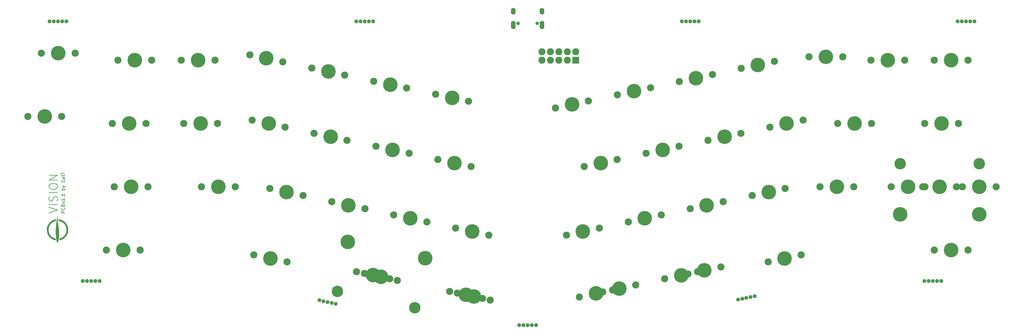
<source format=gts>
G04 #@! TF.GenerationSoftware,KiCad,Pcbnew,(5.1.4)-1*
G04 #@! TF.CreationDate,2020-06-21T22:00:15+09:00*
G04 #@! TF.ProjectId,Vision,56697369-6f6e-42e6-9b69-6361645f7063,rev?*
G04 #@! TF.SameCoordinates,Original*
G04 #@! TF.FileFunction,Soldermask,Top*
G04 #@! TF.FilePolarity,Negative*
%FSLAX46Y46*%
G04 Gerber Fmt 4.6, Leading zero omitted, Abs format (unit mm)*
G04 Created by KiCad (PCBNEW (5.1.4)-1) date 2020-06-21 22:00:15*
%MOMM*%
%LPD*%
G04 APERTURE LIST*
%ADD10C,0.150000*%
%ADD11C,0.200000*%
%ADD12C,0.010000*%
%ADD13C,4.387800*%
%ADD14C,2.150000*%
%ADD15C,3.448000*%
%ADD16C,1.187400*%
%ADD17O,2.100000X2.100000*%
%ADD18R,2.100000X2.100000*%
%ADD19O,1.400000X2.000000*%
%ADD20O,1.400000X2.500000*%
%ADD21C,1.050000*%
G04 APERTURE END LIST*
D10*
X70752380Y-143364404D02*
X69752380Y-143364404D01*
X69752380Y-142983452D01*
X69800000Y-142888214D01*
X69847619Y-142840595D01*
X69942857Y-142792976D01*
X70085714Y-142792976D01*
X70180952Y-142840595D01*
X70228571Y-142888214D01*
X70276190Y-142983452D01*
X70276190Y-143364404D01*
X70657142Y-141792976D02*
X70704761Y-141840595D01*
X70752380Y-141983452D01*
X70752380Y-142078690D01*
X70704761Y-142221547D01*
X70609523Y-142316785D01*
X70514285Y-142364404D01*
X70323809Y-142412023D01*
X70180952Y-142412023D01*
X69990476Y-142364404D01*
X69895238Y-142316785D01*
X69800000Y-142221547D01*
X69752380Y-142078690D01*
X69752380Y-141983452D01*
X69800000Y-141840595D01*
X69847619Y-141792976D01*
X70228571Y-141031071D02*
X70276190Y-140888214D01*
X70323809Y-140840595D01*
X70419047Y-140792976D01*
X70561904Y-140792976D01*
X70657142Y-140840595D01*
X70704761Y-140888214D01*
X70752380Y-140983452D01*
X70752380Y-141364404D01*
X69752380Y-141364404D01*
X69752380Y-141031071D01*
X69800000Y-140935833D01*
X69847619Y-140888214D01*
X69942857Y-140840595D01*
X70038095Y-140840595D01*
X70133333Y-140888214D01*
X70180952Y-140935833D01*
X70228571Y-141031071D01*
X70228571Y-141364404D01*
X70085714Y-140459642D02*
X70752380Y-140221547D01*
X70085714Y-139983452D01*
X70752380Y-139078690D02*
X70752380Y-139650119D01*
X70752380Y-139364404D02*
X69752380Y-139364404D01*
X69895238Y-139459642D01*
X69990476Y-139554880D01*
X70038095Y-139650119D01*
X70657142Y-138650119D02*
X70704761Y-138602500D01*
X70752380Y-138650119D01*
X70704761Y-138697738D01*
X70657142Y-138650119D01*
X70752380Y-138650119D01*
X70752380Y-137650119D02*
X70752380Y-138221547D01*
X70752380Y-137935833D02*
X69752380Y-137935833D01*
X69895238Y-138031071D01*
X69990476Y-138126309D01*
X70038095Y-138221547D01*
X70752380Y-136459642D02*
X69752380Y-136459642D01*
X70133333Y-136459642D02*
X70085714Y-136364404D01*
X70085714Y-136173928D01*
X70133333Y-136078690D01*
X70180952Y-136031071D01*
X70276190Y-135983452D01*
X70561904Y-135983452D01*
X70657142Y-136031071D01*
X70704761Y-136078690D01*
X70752380Y-136173928D01*
X70752380Y-136364404D01*
X70704761Y-136459642D01*
X70085714Y-135650119D02*
X70752380Y-135412023D01*
X70085714Y-135173928D02*
X70752380Y-135412023D01*
X70990476Y-135507261D01*
X71038095Y-135554880D01*
X71085714Y-135650119D01*
X70704761Y-134078690D02*
X70752380Y-133935833D01*
X70752380Y-133697738D01*
X70704761Y-133602500D01*
X70657142Y-133554880D01*
X70561904Y-133507261D01*
X70466666Y-133507261D01*
X70371428Y-133554880D01*
X70323809Y-133602500D01*
X70276190Y-133697738D01*
X70228571Y-133888214D01*
X70180952Y-133983452D01*
X70133333Y-134031071D01*
X70038095Y-134078690D01*
X69942857Y-134078690D01*
X69847619Y-134031071D01*
X69800000Y-133983452D01*
X69752380Y-133888214D01*
X69752380Y-133650119D01*
X69800000Y-133507261D01*
X70752380Y-132650119D02*
X70228571Y-132650119D01*
X70133333Y-132697738D01*
X70085714Y-132792976D01*
X70085714Y-132983452D01*
X70133333Y-133078690D01*
X70704761Y-132650119D02*
X70752380Y-132745357D01*
X70752380Y-132983452D01*
X70704761Y-133078690D01*
X70609523Y-133126309D01*
X70514285Y-133126309D01*
X70419047Y-133078690D01*
X70371428Y-132983452D01*
X70371428Y-132745357D01*
X70323809Y-132650119D01*
X70085714Y-132316785D02*
X70085714Y-131935833D01*
X69752380Y-132173928D02*
X70609523Y-132173928D01*
X70704761Y-132126309D01*
X70752380Y-132031071D01*
X70752380Y-131935833D01*
X69752380Y-131745357D02*
X69752380Y-131173928D01*
X70752380Y-131459642D02*
X69752380Y-131459642D01*
D11*
X66030952Y-143331904D02*
X68530952Y-142498571D01*
X66030952Y-141665238D01*
X68530952Y-140831904D02*
X66030952Y-140831904D01*
X68411904Y-139760476D02*
X68530952Y-139403333D01*
X68530952Y-138808095D01*
X68411904Y-138570000D01*
X68292857Y-138450952D01*
X68054761Y-138331904D01*
X67816666Y-138331904D01*
X67578571Y-138450952D01*
X67459523Y-138570000D01*
X67340476Y-138808095D01*
X67221428Y-139284285D01*
X67102380Y-139522380D01*
X66983333Y-139641428D01*
X66745238Y-139760476D01*
X66507142Y-139760476D01*
X66269047Y-139641428D01*
X66150000Y-139522380D01*
X66030952Y-139284285D01*
X66030952Y-138689047D01*
X66150000Y-138331904D01*
X68530952Y-137260476D02*
X66030952Y-137260476D01*
X66030952Y-135593809D02*
X66030952Y-135117619D01*
X66150000Y-134879523D01*
X66388095Y-134641428D01*
X66864285Y-134522380D01*
X67697619Y-134522380D01*
X68173809Y-134641428D01*
X68411904Y-134879523D01*
X68530952Y-135117619D01*
X68530952Y-135593809D01*
X68411904Y-135831904D01*
X68173809Y-136070000D01*
X67697619Y-136189047D01*
X66864285Y-136189047D01*
X66388095Y-136070000D01*
X66150000Y-135831904D01*
X66030952Y-135593809D01*
X68530952Y-133450952D02*
X66030952Y-133450952D01*
X68530952Y-132022380D01*
X66030952Y-132022380D01*
D12*
G36*
X65422714Y-147804335D02*
G01*
X65482492Y-147489143D01*
X65609356Y-147182703D01*
X65649087Y-147087134D01*
X65681744Y-147010585D01*
X65710309Y-146947567D01*
X65737763Y-146892586D01*
X65767087Y-146840150D01*
X65801261Y-146784769D01*
X65843267Y-146720951D01*
X65896085Y-146643202D01*
X65925469Y-146600321D01*
X65984973Y-146513877D01*
X66033580Y-146444747D01*
X66075399Y-146388118D01*
X66114539Y-146339176D01*
X66155110Y-146293107D01*
X66201222Y-146245099D01*
X66256983Y-146190338D01*
X66326505Y-146124010D01*
X66355846Y-146096228D01*
X66432092Y-146024361D01*
X66494208Y-145967025D01*
X66547293Y-145920313D01*
X66596445Y-145880320D01*
X66646763Y-145843138D01*
X66703346Y-145804861D01*
X66771292Y-145761582D01*
X66855700Y-145709395D01*
X66880913Y-145693922D01*
X66968354Y-145640420D01*
X67038887Y-145598057D01*
X67097981Y-145564233D01*
X67151105Y-145536349D01*
X67203729Y-145511807D01*
X67261322Y-145488008D01*
X67329354Y-145462353D01*
X67413295Y-145432243D01*
X67484715Y-145407029D01*
X67579927Y-145374306D01*
X67674135Y-145343443D01*
X67762121Y-145316038D01*
X67838667Y-145293688D01*
X67898554Y-145277990D01*
X67924895Y-145272322D01*
X67982104Y-145261681D01*
X68032151Y-145252023D01*
X68067103Y-145244892D01*
X68075290Y-145243042D01*
X68088357Y-145240972D01*
X68097365Y-145244256D01*
X68102292Y-145256139D01*
X68103115Y-145279864D01*
X68099814Y-145318676D01*
X68092365Y-145375818D01*
X68080748Y-145454534D01*
X68073540Y-145501880D01*
X68062785Y-145569847D01*
X68052923Y-145627791D01*
X68044833Y-145670859D01*
X68039395Y-145694199D01*
X68038191Y-145696901D01*
X68024007Y-145702045D01*
X67988015Y-145713383D01*
X67934107Y-145729739D01*
X67866174Y-145749936D01*
X67788108Y-145772798D01*
X67764474Y-145779658D01*
X67673218Y-145806405D01*
X67600221Y-145829009D01*
X67539005Y-145850141D01*
X67483092Y-145872473D01*
X67426004Y-145898673D01*
X67361263Y-145931413D01*
X67282390Y-145973363D01*
X67243106Y-145994579D01*
X67153971Y-146043308D01*
X67082399Y-146084101D01*
X67022156Y-146121214D01*
X66967009Y-146158904D01*
X66910726Y-146201429D01*
X66847074Y-146253043D01*
X66771011Y-146316995D01*
X66694154Y-146382767D01*
X66632752Y-146437323D01*
X66581533Y-146486188D01*
X66535225Y-146534887D01*
X66488558Y-146588944D01*
X66436258Y-146653884D01*
X66377808Y-146729064D01*
X66316611Y-146809116D01*
X66268208Y-146874784D01*
X66228635Y-146932496D01*
X66193926Y-146988679D01*
X66160116Y-147049758D01*
X66123240Y-147122162D01*
X66079333Y-147212318D01*
X66078191Y-147214688D01*
X66036091Y-147302683D01*
X66003465Y-147373324D01*
X65977954Y-147433232D01*
X65957196Y-147489028D01*
X65938830Y-147547333D01*
X65920495Y-147614767D01*
X65899830Y-147697950D01*
X65887278Y-147750051D01*
X65865310Y-147842282D01*
X65848680Y-147915475D01*
X65836497Y-147976273D01*
X65827869Y-148031317D01*
X65821906Y-148087249D01*
X65817715Y-148150710D01*
X65814405Y-148228342D01*
X65811477Y-148314752D01*
X65802079Y-148602597D01*
X65851718Y-148875746D01*
X65868900Y-148968780D01*
X65883752Y-149043241D01*
X65898229Y-149105814D01*
X65914287Y-149163182D01*
X65933881Y-149222030D01*
X65958967Y-149289041D01*
X65991501Y-149370902D01*
X66009863Y-149416263D01*
X66047123Y-149507217D01*
X66078275Y-149580064D01*
X66106672Y-149641048D01*
X66135665Y-149696414D01*
X66168609Y-149752408D01*
X66208856Y-149815275D01*
X66259758Y-149891260D01*
X66284080Y-149927059D01*
X66341496Y-150010727D01*
X66388986Y-150077559D01*
X66431252Y-150133100D01*
X66472995Y-150182895D01*
X66518917Y-150232490D01*
X66573720Y-150287428D01*
X66642104Y-150353257D01*
X66659290Y-150369611D01*
X66733086Y-150439165D01*
X66793861Y-150494449D01*
X66847560Y-150540036D01*
X66900131Y-150580497D01*
X66957519Y-150620407D01*
X67025673Y-150664337D01*
X67110537Y-150716861D01*
X67112129Y-150717837D01*
X67196146Y-150768932D01*
X67264313Y-150808948D01*
X67323169Y-150840988D01*
X67379252Y-150868158D01*
X67439101Y-150893563D01*
X67509253Y-150920308D01*
X67596246Y-150951498D01*
X67626814Y-150962258D01*
X67707330Y-150990794D01*
X67779329Y-151016788D01*
X67838972Y-151038816D01*
X67882419Y-151055453D01*
X67905833Y-151065274D01*
X67908626Y-151066872D01*
X67913460Y-151082639D01*
X67919801Y-151119397D01*
X67927067Y-151171693D01*
X67934680Y-151234073D01*
X67942060Y-151301084D01*
X67948627Y-151367273D01*
X67953801Y-151427184D01*
X67957003Y-151475364D01*
X67957653Y-151506361D01*
X67956253Y-151514940D01*
X67941984Y-151513292D01*
X67905682Y-151504849D01*
X67850903Y-151490562D01*
X67781205Y-151471380D01*
X67700143Y-151448252D01*
X67633772Y-151428814D01*
X67535334Y-151399539D01*
X67456651Y-151375393D01*
X67391967Y-151353997D01*
X67335524Y-151332974D01*
X67281568Y-151309943D01*
X67224342Y-151282528D01*
X67158091Y-151248349D01*
X67077057Y-151205029D01*
X67027658Y-151178365D01*
X66936585Y-151128966D01*
X66863622Y-151088449D01*
X66803569Y-151053247D01*
X66751230Y-151019796D01*
X66701406Y-150984530D01*
X66648898Y-150943885D01*
X66588510Y-150894295D01*
X66515043Y-150832195D01*
X66482375Y-150804371D01*
X66402354Y-150735905D01*
X66338379Y-150680009D01*
X66286033Y-150632046D01*
X66240901Y-150587375D01*
X66198567Y-150541356D01*
X66154614Y-150489352D01*
X66104628Y-150426721D01*
X66044192Y-150348826D01*
X66024751Y-150323590D01*
X65961341Y-150240967D01*
X65910993Y-150174068D01*
X65870417Y-150117531D01*
X65836317Y-150065993D01*
X65805403Y-150014091D01*
X65774382Y-149956464D01*
X65739960Y-149887749D01*
X65698845Y-149802584D01*
X65677813Y-149758577D01*
X65534052Y-149457468D01*
X65379140Y-148814684D01*
X65371038Y-148467105D01*
X65362935Y-148119526D01*
X65422714Y-147804335D01*
X65422714Y-147804335D01*
G37*
X65422714Y-147804335D02*
X65482492Y-147489143D01*
X65609356Y-147182703D01*
X65649087Y-147087134D01*
X65681744Y-147010585D01*
X65710309Y-146947567D01*
X65737763Y-146892586D01*
X65767087Y-146840150D01*
X65801261Y-146784769D01*
X65843267Y-146720951D01*
X65896085Y-146643202D01*
X65925469Y-146600321D01*
X65984973Y-146513877D01*
X66033580Y-146444747D01*
X66075399Y-146388118D01*
X66114539Y-146339176D01*
X66155110Y-146293107D01*
X66201222Y-146245099D01*
X66256983Y-146190338D01*
X66326505Y-146124010D01*
X66355846Y-146096228D01*
X66432092Y-146024361D01*
X66494208Y-145967025D01*
X66547293Y-145920313D01*
X66596445Y-145880320D01*
X66646763Y-145843138D01*
X66703346Y-145804861D01*
X66771292Y-145761582D01*
X66855700Y-145709395D01*
X66880913Y-145693922D01*
X66968354Y-145640420D01*
X67038887Y-145598057D01*
X67097981Y-145564233D01*
X67151105Y-145536349D01*
X67203729Y-145511807D01*
X67261322Y-145488008D01*
X67329354Y-145462353D01*
X67413295Y-145432243D01*
X67484715Y-145407029D01*
X67579927Y-145374306D01*
X67674135Y-145343443D01*
X67762121Y-145316038D01*
X67838667Y-145293688D01*
X67898554Y-145277990D01*
X67924895Y-145272322D01*
X67982104Y-145261681D01*
X68032151Y-145252023D01*
X68067103Y-145244892D01*
X68075290Y-145243042D01*
X68088357Y-145240972D01*
X68097365Y-145244256D01*
X68102292Y-145256139D01*
X68103115Y-145279864D01*
X68099814Y-145318676D01*
X68092365Y-145375818D01*
X68080748Y-145454534D01*
X68073540Y-145501880D01*
X68062785Y-145569847D01*
X68052923Y-145627791D01*
X68044833Y-145670859D01*
X68039395Y-145694199D01*
X68038191Y-145696901D01*
X68024007Y-145702045D01*
X67988015Y-145713383D01*
X67934107Y-145729739D01*
X67866174Y-145749936D01*
X67788108Y-145772798D01*
X67764474Y-145779658D01*
X67673218Y-145806405D01*
X67600221Y-145829009D01*
X67539005Y-145850141D01*
X67483092Y-145872473D01*
X67426004Y-145898673D01*
X67361263Y-145931413D01*
X67282390Y-145973363D01*
X67243106Y-145994579D01*
X67153971Y-146043308D01*
X67082399Y-146084101D01*
X67022156Y-146121214D01*
X66967009Y-146158904D01*
X66910726Y-146201429D01*
X66847074Y-146253043D01*
X66771011Y-146316995D01*
X66694154Y-146382767D01*
X66632752Y-146437323D01*
X66581533Y-146486188D01*
X66535225Y-146534887D01*
X66488558Y-146588944D01*
X66436258Y-146653884D01*
X66377808Y-146729064D01*
X66316611Y-146809116D01*
X66268208Y-146874784D01*
X66228635Y-146932496D01*
X66193926Y-146988679D01*
X66160116Y-147049758D01*
X66123240Y-147122162D01*
X66079333Y-147212318D01*
X66078191Y-147214688D01*
X66036091Y-147302683D01*
X66003465Y-147373324D01*
X65977954Y-147433232D01*
X65957196Y-147489028D01*
X65938830Y-147547333D01*
X65920495Y-147614767D01*
X65899830Y-147697950D01*
X65887278Y-147750051D01*
X65865310Y-147842282D01*
X65848680Y-147915475D01*
X65836497Y-147976273D01*
X65827869Y-148031317D01*
X65821906Y-148087249D01*
X65817715Y-148150710D01*
X65814405Y-148228342D01*
X65811477Y-148314752D01*
X65802079Y-148602597D01*
X65851718Y-148875746D01*
X65868900Y-148968780D01*
X65883752Y-149043241D01*
X65898229Y-149105814D01*
X65914287Y-149163182D01*
X65933881Y-149222030D01*
X65958967Y-149289041D01*
X65991501Y-149370902D01*
X66009863Y-149416263D01*
X66047123Y-149507217D01*
X66078275Y-149580064D01*
X66106672Y-149641048D01*
X66135665Y-149696414D01*
X66168609Y-149752408D01*
X66208856Y-149815275D01*
X66259758Y-149891260D01*
X66284080Y-149927059D01*
X66341496Y-150010727D01*
X66388986Y-150077559D01*
X66431252Y-150133100D01*
X66472995Y-150182895D01*
X66518917Y-150232490D01*
X66573720Y-150287428D01*
X66642104Y-150353257D01*
X66659290Y-150369611D01*
X66733086Y-150439165D01*
X66793861Y-150494449D01*
X66847560Y-150540036D01*
X66900131Y-150580497D01*
X66957519Y-150620407D01*
X67025673Y-150664337D01*
X67110537Y-150716861D01*
X67112129Y-150717837D01*
X67196146Y-150768932D01*
X67264313Y-150808948D01*
X67323169Y-150840988D01*
X67379252Y-150868158D01*
X67439101Y-150893563D01*
X67509253Y-150920308D01*
X67596246Y-150951498D01*
X67626814Y-150962258D01*
X67707330Y-150990794D01*
X67779329Y-151016788D01*
X67838972Y-151038816D01*
X67882419Y-151055453D01*
X67905833Y-151065274D01*
X67908626Y-151066872D01*
X67913460Y-151082639D01*
X67919801Y-151119397D01*
X67927067Y-151171693D01*
X67934680Y-151234073D01*
X67942060Y-151301084D01*
X67948627Y-151367273D01*
X67953801Y-151427184D01*
X67957003Y-151475364D01*
X67957653Y-151506361D01*
X67956253Y-151514940D01*
X67941984Y-151513292D01*
X67905682Y-151504849D01*
X67850903Y-151490562D01*
X67781205Y-151471380D01*
X67700143Y-151448252D01*
X67633772Y-151428814D01*
X67535334Y-151399539D01*
X67456651Y-151375393D01*
X67391967Y-151353997D01*
X67335524Y-151332974D01*
X67281568Y-151309943D01*
X67224342Y-151282528D01*
X67158091Y-151248349D01*
X67077057Y-151205029D01*
X67027658Y-151178365D01*
X66936585Y-151128966D01*
X66863622Y-151088449D01*
X66803569Y-151053247D01*
X66751230Y-151019796D01*
X66701406Y-150984530D01*
X66648898Y-150943885D01*
X66588510Y-150894295D01*
X66515043Y-150832195D01*
X66482375Y-150804371D01*
X66402354Y-150735905D01*
X66338379Y-150680009D01*
X66286033Y-150632046D01*
X66240901Y-150587375D01*
X66198567Y-150541356D01*
X66154614Y-150489352D01*
X66104628Y-150426721D01*
X66044192Y-150348826D01*
X66024751Y-150323590D01*
X65961341Y-150240967D01*
X65910993Y-150174068D01*
X65870417Y-150117531D01*
X65836317Y-150065993D01*
X65805403Y-150014091D01*
X65774382Y-149956464D01*
X65739960Y-149887749D01*
X65698845Y-149802584D01*
X65677813Y-149758577D01*
X65534052Y-149457468D01*
X65379140Y-148814684D01*
X65371038Y-148467105D01*
X65362935Y-148119526D01*
X65422714Y-147804335D01*
G36*
X68056634Y-148607473D02*
G01*
X68064093Y-148301897D01*
X68075858Y-148006736D01*
X68092364Y-147716589D01*
X68114047Y-147426051D01*
X68141345Y-147129719D01*
X68174693Y-146822189D01*
X68214528Y-146498058D01*
X68246105Y-146261315D01*
X68262257Y-146146957D01*
X68280826Y-146021295D01*
X68301351Y-145887034D01*
X68323368Y-145746878D01*
X68346416Y-145603532D01*
X68370033Y-145459699D01*
X68393757Y-145318086D01*
X68417125Y-145181396D01*
X68439676Y-145052333D01*
X68460947Y-144933602D01*
X68480476Y-144827908D01*
X68497801Y-144737955D01*
X68512460Y-144666448D01*
X68523990Y-144616091D01*
X68531643Y-144590263D01*
X68535141Y-144593014D01*
X68537292Y-144618794D01*
X68537996Y-144663924D01*
X68537155Y-144724725D01*
X68536183Y-144758112D01*
X68533806Y-144870418D01*
X68534158Y-144988743D01*
X68537397Y-145114711D01*
X68543684Y-145249942D01*
X68553176Y-145396060D01*
X68566033Y-145554686D01*
X68582414Y-145727442D01*
X68602477Y-145915952D01*
X68626382Y-146121837D01*
X68654288Y-146346719D01*
X68686354Y-146592221D01*
X68722738Y-146859964D01*
X68763599Y-147151572D01*
X68786319Y-147310737D01*
X68819176Y-147541691D01*
X68848025Y-147749067D01*
X68873210Y-147935667D01*
X68895075Y-148104293D01*
X68913965Y-148257746D01*
X68930223Y-148398829D01*
X68944193Y-148530344D01*
X68956219Y-148655092D01*
X68966644Y-148775876D01*
X68967547Y-148787037D01*
X68973939Y-148881069D01*
X68979756Y-148994457D01*
X68984866Y-149121571D01*
X68989139Y-149256779D01*
X68992443Y-149394451D01*
X68994646Y-149528956D01*
X68995617Y-149654664D01*
X68995225Y-149765943D01*
X68993338Y-149857164D01*
X68992838Y-149870789D01*
X68981000Y-150117049D01*
X68965375Y-150358983D01*
X68946264Y-150594539D01*
X68923965Y-150821664D01*
X68898778Y-151038308D01*
X68871004Y-151242417D01*
X68840941Y-151431940D01*
X68808890Y-151604824D01*
X68775150Y-151759019D01*
X68740020Y-151892472D01*
X68703800Y-152003130D01*
X68669808Y-152082972D01*
X68632322Y-152149428D01*
X68596934Y-152191824D01*
X68560949Y-152212404D01*
X68521674Y-152213414D01*
X68514979Y-152211928D01*
X68476634Y-152189123D01*
X68438823Y-152141017D01*
X68401727Y-152069040D01*
X68365530Y-151974626D01*
X68330412Y-151859207D01*
X68296557Y-151724215D01*
X68264146Y-151571082D01*
X68233361Y-151401241D01*
X68204386Y-151216124D01*
X68177401Y-151017163D01*
X68152588Y-150805791D01*
X68130131Y-150583439D01*
X68110211Y-150351541D01*
X68093011Y-150111529D01*
X68078711Y-149864834D01*
X68067496Y-149612890D01*
X68059546Y-149357128D01*
X68055044Y-149098981D01*
X68054172Y-148839881D01*
X68056634Y-148607473D01*
X68056634Y-148607473D01*
G37*
X68056634Y-148607473D02*
X68064093Y-148301897D01*
X68075858Y-148006736D01*
X68092364Y-147716589D01*
X68114047Y-147426051D01*
X68141345Y-147129719D01*
X68174693Y-146822189D01*
X68214528Y-146498058D01*
X68246105Y-146261315D01*
X68262257Y-146146957D01*
X68280826Y-146021295D01*
X68301351Y-145887034D01*
X68323368Y-145746878D01*
X68346416Y-145603532D01*
X68370033Y-145459699D01*
X68393757Y-145318086D01*
X68417125Y-145181396D01*
X68439676Y-145052333D01*
X68460947Y-144933602D01*
X68480476Y-144827908D01*
X68497801Y-144737955D01*
X68512460Y-144666448D01*
X68523990Y-144616091D01*
X68531643Y-144590263D01*
X68535141Y-144593014D01*
X68537292Y-144618794D01*
X68537996Y-144663924D01*
X68537155Y-144724725D01*
X68536183Y-144758112D01*
X68533806Y-144870418D01*
X68534158Y-144988743D01*
X68537397Y-145114711D01*
X68543684Y-145249942D01*
X68553176Y-145396060D01*
X68566033Y-145554686D01*
X68582414Y-145727442D01*
X68602477Y-145915952D01*
X68626382Y-146121837D01*
X68654288Y-146346719D01*
X68686354Y-146592221D01*
X68722738Y-146859964D01*
X68763599Y-147151572D01*
X68786319Y-147310737D01*
X68819176Y-147541691D01*
X68848025Y-147749067D01*
X68873210Y-147935667D01*
X68895075Y-148104293D01*
X68913965Y-148257746D01*
X68930223Y-148398829D01*
X68944193Y-148530344D01*
X68956219Y-148655092D01*
X68966644Y-148775876D01*
X68967547Y-148787037D01*
X68973939Y-148881069D01*
X68979756Y-148994457D01*
X68984866Y-149121571D01*
X68989139Y-149256779D01*
X68992443Y-149394451D01*
X68994646Y-149528956D01*
X68995617Y-149654664D01*
X68995225Y-149765943D01*
X68993338Y-149857164D01*
X68992838Y-149870789D01*
X68981000Y-150117049D01*
X68965375Y-150358983D01*
X68946264Y-150594539D01*
X68923965Y-150821664D01*
X68898778Y-151038308D01*
X68871004Y-151242417D01*
X68840941Y-151431940D01*
X68808890Y-151604824D01*
X68775150Y-151759019D01*
X68740020Y-151892472D01*
X68703800Y-152003130D01*
X68669808Y-152082972D01*
X68632322Y-152149428D01*
X68596934Y-152191824D01*
X68560949Y-152212404D01*
X68521674Y-152213414D01*
X68514979Y-152211928D01*
X68476634Y-152189123D01*
X68438823Y-152141017D01*
X68401727Y-152069040D01*
X68365530Y-151974626D01*
X68330412Y-151859207D01*
X68296557Y-151724215D01*
X68264146Y-151571082D01*
X68233361Y-151401241D01*
X68204386Y-151216124D01*
X68177401Y-151017163D01*
X68152588Y-150805791D01*
X68130131Y-150583439D01*
X68110211Y-150351541D01*
X68093011Y-150111529D01*
X68078711Y-149864834D01*
X68067496Y-149612890D01*
X68059546Y-149357128D01*
X68055044Y-149098981D01*
X68054172Y-148839881D01*
X68056634Y-148607473D01*
G36*
X68844417Y-145230390D02*
G01*
X68858339Y-145231554D01*
X68894865Y-145237462D01*
X68950410Y-145247453D01*
X69021394Y-145260868D01*
X69104234Y-145277049D01*
X69175897Y-145291392D01*
X69502369Y-145357401D01*
X69803548Y-145488552D01*
X69898476Y-145530090D01*
X69974633Y-145564337D01*
X70037574Y-145594426D01*
X70092855Y-145623493D01*
X70146029Y-145654673D01*
X70202651Y-145691101D01*
X70268275Y-145735912D01*
X70348457Y-145792241D01*
X70375458Y-145811343D01*
X70459474Y-145871025D01*
X70526816Y-145919866D01*
X70582124Y-145961964D01*
X70630034Y-146001413D01*
X70675187Y-146042312D01*
X70722219Y-146088756D01*
X70775769Y-146144841D01*
X70840476Y-146214664D01*
X70876384Y-146253743D01*
X70947674Y-146331638D01*
X71004483Y-146394868D01*
X71050492Y-146448390D01*
X71089378Y-146497163D01*
X71124821Y-146546145D01*
X71160499Y-146600295D01*
X71200091Y-146664571D01*
X71247276Y-146743931D01*
X71274847Y-146790783D01*
X71327189Y-146880093D01*
X71368515Y-146952023D01*
X71401395Y-147012222D01*
X71428397Y-147066336D01*
X71452092Y-147120013D01*
X71475050Y-147178902D01*
X71499840Y-147248649D01*
X71529033Y-147334903D01*
X71547191Y-147389307D01*
X71651267Y-147701549D01*
X71689473Y-148030853D01*
X71699997Y-148123037D01*
X71709310Y-148207442D01*
X71716999Y-148280105D01*
X71722654Y-148337060D01*
X71725863Y-148374343D01*
X71726423Y-148386894D01*
X71724772Y-148407470D01*
X71720829Y-148450507D01*
X71714993Y-148511869D01*
X71707658Y-148587415D01*
X71699221Y-148673007D01*
X71694353Y-148721882D01*
X71663538Y-149030134D01*
X71563064Y-149347209D01*
X71531712Y-149445745D01*
X71505923Y-149524492D01*
X71483221Y-149589128D01*
X71461128Y-149645332D01*
X71437167Y-149698786D01*
X71408862Y-149755166D01*
X71373735Y-149820154D01*
X71329309Y-149899427D01*
X71298430Y-149953971D01*
X71246624Y-150045018D01*
X71204172Y-150117915D01*
X71167372Y-150177846D01*
X71132522Y-150229994D01*
X71095922Y-150279542D01*
X71053870Y-150331673D01*
X71002665Y-150391572D01*
X70938606Y-150464421D01*
X70914448Y-150491697D01*
X70844753Y-150570018D01*
X70787773Y-150632679D01*
X70738752Y-150684039D01*
X70692934Y-150728455D01*
X70645563Y-150770286D01*
X70591884Y-150813888D01*
X70527142Y-150863620D01*
X70446579Y-150923840D01*
X70426925Y-150938434D01*
X70343404Y-151000248D01*
X70275894Y-151049267D01*
X70219015Y-151088661D01*
X70167386Y-151121598D01*
X70115628Y-151151246D01*
X70058359Y-151180775D01*
X69990199Y-151213352D01*
X69905768Y-151252146D01*
X69855143Y-151275149D01*
X69748707Y-151322885D01*
X69660467Y-151360907D01*
X69584657Y-151391365D01*
X69515514Y-151416411D01*
X69447272Y-151438196D01*
X69374168Y-151458872D01*
X69335567Y-151469058D01*
X69263844Y-151487321D01*
X69201745Y-151502488D01*
X69153614Y-151513551D01*
X69123790Y-151519500D01*
X69116066Y-151520027D01*
X69115014Y-151504235D01*
X69117073Y-151467409D01*
X69121610Y-151414986D01*
X69127991Y-151352407D01*
X69135584Y-151285110D01*
X69143755Y-151218533D01*
X69151871Y-151158116D01*
X69159299Y-151109297D01*
X69165406Y-151077515D01*
X69168664Y-151068200D01*
X69184725Y-151060146D01*
X69222116Y-151045043D01*
X69276834Y-151024393D01*
X69344877Y-150999699D01*
X69422242Y-150972464D01*
X69440504Y-150966146D01*
X69530957Y-150934543D01*
X69603883Y-150907611D01*
X69665880Y-150882255D01*
X69723548Y-150855383D01*
X69783486Y-150823900D01*
X69852292Y-150784713D01*
X69936566Y-150734728D01*
X69945277Y-150729509D01*
X70030714Y-150677817D01*
X70099249Y-150634691D01*
X70156792Y-150595671D01*
X70209253Y-150556299D01*
X70262541Y-150512114D01*
X70322566Y-150458658D01*
X70395236Y-150391471D01*
X70403628Y-150383637D01*
X70477371Y-150314203D01*
X70536052Y-150257016D01*
X70584518Y-150206477D01*
X70627619Y-150156989D01*
X70670203Y-150102955D01*
X70717120Y-150038777D01*
X70773217Y-149958858D01*
X70779741Y-149949465D01*
X70836739Y-149866648D01*
X70881666Y-149798923D01*
X70918136Y-149739730D01*
X70949765Y-149682507D01*
X70980165Y-149620695D01*
X71012952Y-149547732D01*
X71051740Y-149457058D01*
X71054125Y-149451412D01*
X71091159Y-149363117D01*
X71119868Y-149292089D01*
X71142236Y-149231773D01*
X71160249Y-149175618D01*
X71175891Y-149117071D01*
X71191148Y-149049577D01*
X71208005Y-148966585D01*
X71220692Y-148901579D01*
X71276431Y-148614158D01*
X71267241Y-148326737D01*
X71263985Y-148230334D01*
X71260578Y-148153931D01*
X71256146Y-148090801D01*
X71249811Y-148034215D01*
X71240697Y-147977448D01*
X71227928Y-147913771D01*
X71210628Y-147836458D01*
X71194103Y-147765263D01*
X71171745Y-147670720D01*
X71152766Y-147595436D01*
X71134790Y-147532583D01*
X71115442Y-147475332D01*
X71092346Y-147416853D01*
X71063126Y-147350318D01*
X71025408Y-147268897D01*
X71010149Y-147236446D01*
X70967749Y-147147442D01*
X70931879Y-147075525D01*
X70898711Y-147014377D01*
X70864419Y-146957680D01*
X70825175Y-146899115D01*
X70777151Y-146832365D01*
X70716519Y-146751111D01*
X70714553Y-146748499D01*
X70653251Y-146667758D01*
X70602618Y-146603365D01*
X70557675Y-146549989D01*
X70513447Y-146502296D01*
X70464957Y-146454953D01*
X70407227Y-146402626D01*
X70335282Y-146339984D01*
X70325385Y-146331458D01*
X70249052Y-146266375D01*
X70185770Y-146214483D01*
X70129253Y-146171415D01*
X70073214Y-146132803D01*
X70011365Y-146094281D01*
X69937419Y-146051481D01*
X69860562Y-146008588D01*
X69773857Y-145960978D01*
X69703742Y-145923842D01*
X69643603Y-145894373D01*
X69586827Y-145869764D01*
X69526797Y-145847209D01*
X69456901Y-145823902D01*
X69370523Y-145797034D01*
X69340337Y-145787839D01*
X69253101Y-145761878D01*
X69168187Y-145737604D01*
X69091212Y-145716548D01*
X69027790Y-145700240D01*
X68983536Y-145690212D01*
X68979505Y-145689453D01*
X68887652Y-145672806D01*
X68863531Y-145454102D01*
X68855766Y-145380789D01*
X68849652Y-145317312D01*
X68845575Y-145268188D01*
X68843921Y-145237931D01*
X68844417Y-145230390D01*
X68844417Y-145230390D01*
G37*
X68844417Y-145230390D02*
X68858339Y-145231554D01*
X68894865Y-145237462D01*
X68950410Y-145247453D01*
X69021394Y-145260868D01*
X69104234Y-145277049D01*
X69175897Y-145291392D01*
X69502369Y-145357401D01*
X69803548Y-145488552D01*
X69898476Y-145530090D01*
X69974633Y-145564337D01*
X70037574Y-145594426D01*
X70092855Y-145623493D01*
X70146029Y-145654673D01*
X70202651Y-145691101D01*
X70268275Y-145735912D01*
X70348457Y-145792241D01*
X70375458Y-145811343D01*
X70459474Y-145871025D01*
X70526816Y-145919866D01*
X70582124Y-145961964D01*
X70630034Y-146001413D01*
X70675187Y-146042312D01*
X70722219Y-146088756D01*
X70775769Y-146144841D01*
X70840476Y-146214664D01*
X70876384Y-146253743D01*
X70947674Y-146331638D01*
X71004483Y-146394868D01*
X71050492Y-146448390D01*
X71089378Y-146497163D01*
X71124821Y-146546145D01*
X71160499Y-146600295D01*
X71200091Y-146664571D01*
X71247276Y-146743931D01*
X71274847Y-146790783D01*
X71327189Y-146880093D01*
X71368515Y-146952023D01*
X71401395Y-147012222D01*
X71428397Y-147066336D01*
X71452092Y-147120013D01*
X71475050Y-147178902D01*
X71499840Y-147248649D01*
X71529033Y-147334903D01*
X71547191Y-147389307D01*
X71651267Y-147701549D01*
X71689473Y-148030853D01*
X71699997Y-148123037D01*
X71709310Y-148207442D01*
X71716999Y-148280105D01*
X71722654Y-148337060D01*
X71725863Y-148374343D01*
X71726423Y-148386894D01*
X71724772Y-148407470D01*
X71720829Y-148450507D01*
X71714993Y-148511869D01*
X71707658Y-148587415D01*
X71699221Y-148673007D01*
X71694353Y-148721882D01*
X71663538Y-149030134D01*
X71563064Y-149347209D01*
X71531712Y-149445745D01*
X71505923Y-149524492D01*
X71483221Y-149589128D01*
X71461128Y-149645332D01*
X71437167Y-149698786D01*
X71408862Y-149755166D01*
X71373735Y-149820154D01*
X71329309Y-149899427D01*
X71298430Y-149953971D01*
X71246624Y-150045018D01*
X71204172Y-150117915D01*
X71167372Y-150177846D01*
X71132522Y-150229994D01*
X71095922Y-150279542D01*
X71053870Y-150331673D01*
X71002665Y-150391572D01*
X70938606Y-150464421D01*
X70914448Y-150491697D01*
X70844753Y-150570018D01*
X70787773Y-150632679D01*
X70738752Y-150684039D01*
X70692934Y-150728455D01*
X70645563Y-150770286D01*
X70591884Y-150813888D01*
X70527142Y-150863620D01*
X70446579Y-150923840D01*
X70426925Y-150938434D01*
X70343404Y-151000248D01*
X70275894Y-151049267D01*
X70219015Y-151088661D01*
X70167386Y-151121598D01*
X70115628Y-151151246D01*
X70058359Y-151180775D01*
X69990199Y-151213352D01*
X69905768Y-151252146D01*
X69855143Y-151275149D01*
X69748707Y-151322885D01*
X69660467Y-151360907D01*
X69584657Y-151391365D01*
X69515514Y-151416411D01*
X69447272Y-151438196D01*
X69374168Y-151458872D01*
X69335567Y-151469058D01*
X69263844Y-151487321D01*
X69201745Y-151502488D01*
X69153614Y-151513551D01*
X69123790Y-151519500D01*
X69116066Y-151520027D01*
X69115014Y-151504235D01*
X69117073Y-151467409D01*
X69121610Y-151414986D01*
X69127991Y-151352407D01*
X69135584Y-151285110D01*
X69143755Y-151218533D01*
X69151871Y-151158116D01*
X69159299Y-151109297D01*
X69165406Y-151077515D01*
X69168664Y-151068200D01*
X69184725Y-151060146D01*
X69222116Y-151045043D01*
X69276834Y-151024393D01*
X69344877Y-150999699D01*
X69422242Y-150972464D01*
X69440504Y-150966146D01*
X69530957Y-150934543D01*
X69603883Y-150907611D01*
X69665880Y-150882255D01*
X69723548Y-150855383D01*
X69783486Y-150823900D01*
X69852292Y-150784713D01*
X69936566Y-150734728D01*
X69945277Y-150729509D01*
X70030714Y-150677817D01*
X70099249Y-150634691D01*
X70156792Y-150595671D01*
X70209253Y-150556299D01*
X70262541Y-150512114D01*
X70322566Y-150458658D01*
X70395236Y-150391471D01*
X70403628Y-150383637D01*
X70477371Y-150314203D01*
X70536052Y-150257016D01*
X70584518Y-150206477D01*
X70627619Y-150156989D01*
X70670203Y-150102955D01*
X70717120Y-150038777D01*
X70773217Y-149958858D01*
X70779741Y-149949465D01*
X70836739Y-149866648D01*
X70881666Y-149798923D01*
X70918136Y-149739730D01*
X70949765Y-149682507D01*
X70980165Y-149620695D01*
X71012952Y-149547732D01*
X71051740Y-149457058D01*
X71054125Y-149451412D01*
X71091159Y-149363117D01*
X71119868Y-149292089D01*
X71142236Y-149231773D01*
X71160249Y-149175618D01*
X71175891Y-149117071D01*
X71191148Y-149049577D01*
X71208005Y-148966585D01*
X71220692Y-148901579D01*
X71276431Y-148614158D01*
X71267241Y-148326737D01*
X71263985Y-148230334D01*
X71260578Y-148153931D01*
X71256146Y-148090801D01*
X71249811Y-148034215D01*
X71240697Y-147977448D01*
X71227928Y-147913771D01*
X71210628Y-147836458D01*
X71194103Y-147765263D01*
X71171745Y-147670720D01*
X71152766Y-147595436D01*
X71134790Y-147532583D01*
X71115442Y-147475332D01*
X71092346Y-147416853D01*
X71063126Y-147350318D01*
X71025408Y-147268897D01*
X71010149Y-147236446D01*
X70967749Y-147147442D01*
X70931879Y-147075525D01*
X70898711Y-147014377D01*
X70864419Y-146957680D01*
X70825175Y-146899115D01*
X70777151Y-146832365D01*
X70716519Y-146751111D01*
X70714553Y-146748499D01*
X70653251Y-146667758D01*
X70602618Y-146603365D01*
X70557675Y-146549989D01*
X70513447Y-146502296D01*
X70464957Y-146454953D01*
X70407227Y-146402626D01*
X70335282Y-146339984D01*
X70325385Y-146331458D01*
X70249052Y-146266375D01*
X70185770Y-146214483D01*
X70129253Y-146171415D01*
X70073214Y-146132803D01*
X70011365Y-146094281D01*
X69937419Y-146051481D01*
X69860562Y-146008588D01*
X69773857Y-145960978D01*
X69703742Y-145923842D01*
X69643603Y-145894373D01*
X69586827Y-145869764D01*
X69526797Y-145847209D01*
X69456901Y-145823902D01*
X69370523Y-145797034D01*
X69340337Y-145787839D01*
X69253101Y-145761878D01*
X69168187Y-145737604D01*
X69091212Y-145716548D01*
X69027790Y-145700240D01*
X68983536Y-145690212D01*
X68979505Y-145689453D01*
X68887652Y-145672806D01*
X68863531Y-145454102D01*
X68855766Y-145380789D01*
X68849652Y-145317312D01*
X68845575Y-145268188D01*
X68843921Y-145237931D01*
X68844417Y-145230390D01*
D13*
X324476251Y-135490592D03*
D14*
X319396251Y-135490592D03*
X329556251Y-135490592D03*
D13*
X174722424Y-144972027D03*
D14*
X169753434Y-143915836D03*
X179691414Y-146028218D03*
D13*
X193356136Y-148932745D03*
D14*
X188387146Y-147876554D03*
X198325126Y-149988936D03*
D13*
X110905000Y-97390592D03*
D14*
X105825000Y-97390592D03*
X115985000Y-97390592D03*
D13*
X237592225Y-166081187D03*
D14*
X232623235Y-167137378D03*
X242561215Y-165024996D03*
D13*
X116955000Y-135490592D03*
D14*
X111875000Y-135490592D03*
X122035000Y-135490592D03*
D13*
X223383865Y-110672746D03*
D14*
X218414875Y-111728937D03*
X228352855Y-109616555D03*
D13*
X137455000Y-137050592D03*
D14*
X132486010Y-135994401D03*
X142423990Y-138106783D03*
D13*
X256225936Y-162120469D03*
D14*
X251256946Y-163176660D03*
X261194926Y-161064278D03*
D13*
X191504808Y-168014821D03*
D14*
X186535818Y-166958630D03*
X196473798Y-169071012D03*
D13*
X263213578Y-160635200D03*
D14*
X258244588Y-161691391D03*
X268182568Y-159579009D03*
D13*
X193834022Y-168509911D03*
D14*
X188865032Y-167453720D03*
X198803012Y-169566102D03*
D13*
X131405001Y-96810592D03*
D14*
X126436011Y-95754401D03*
X136373991Y-97866783D03*
D13*
X242017577Y-106712028D03*
D14*
X237048587Y-107768219D03*
X246986567Y-105655837D03*
D13*
X90173751Y-116440593D03*
D14*
X85093751Y-116440593D03*
X95253751Y-116440593D03*
D13*
X187306136Y-108692746D03*
D14*
X182337146Y-107636555D03*
X192275126Y-109748937D03*
D13*
X230604583Y-167566456D03*
D14*
X225635593Y-168622647D03*
X235573573Y-166510265D03*
D13*
X163554236Y-162073743D03*
D14*
X158585246Y-161017552D03*
X168523226Y-163129934D03*
D13*
X165883450Y-162568833D03*
D14*
X160914460Y-161512642D03*
X170852440Y-163625024D03*
D15*
X152785117Y-166925745D03*
X176077257Y-171876643D03*
D13*
X155953691Y-152018776D03*
X179245831Y-156969673D03*
X334001251Y-135490592D03*
D14*
X328921251Y-135490592D03*
X339081251Y-135490592D03*
D15*
X322095001Y-128505592D03*
X345907501Y-128505592D03*
D13*
X322095001Y-143745592D03*
X345907501Y-143745592D03*
X90761251Y-135490592D03*
D14*
X85681251Y-135490592D03*
X95841251Y-135490592D03*
D13*
X132104999Y-116440593D03*
D14*
X127136009Y-115384402D03*
X137073989Y-117496784D03*
D13*
X168672424Y-104732028D03*
D14*
X163703434Y-103675837D03*
X173641414Y-105788219D03*
D13*
X68835002Y-95250593D03*
D14*
X63755002Y-95250593D03*
X73915002Y-95250593D03*
D13*
X64765000Y-114300593D03*
D14*
X59685000Y-114300593D03*
X69845000Y-114300593D03*
D13*
X299785001Y-96330593D03*
D14*
X294705001Y-96330593D03*
X304865001Y-96330593D03*
D13*
X279285001Y-98790593D03*
D14*
X274316011Y-99846784D03*
X284253991Y-97734402D03*
D13*
X245277577Y-144972027D03*
D14*
X240308587Y-146028218D03*
X250246567Y-143915836D03*
D13*
X263911288Y-141011309D03*
D14*
X258942298Y-142067500D03*
X268880278Y-139955118D03*
D13*
X287905000Y-116440593D03*
D14*
X282936010Y-117496784D03*
X292873990Y-115384402D03*
D13*
X269271289Y-120401310D03*
D14*
X264302299Y-121457501D03*
X274240279Y-119345119D03*
D13*
X250637577Y-124362028D03*
D14*
X245668587Y-125418219D03*
X255606567Y-123305837D03*
D13*
X260651289Y-102751310D03*
D14*
X255682299Y-103807501D03*
X265620279Y-101695119D03*
D13*
X232003865Y-128322744D03*
D14*
X227034875Y-129378935D03*
X236972855Y-127266553D03*
D13*
X188006136Y-128322744D03*
D14*
X183037146Y-127266553D03*
X192975126Y-129378935D03*
D13*
X345907501Y-135490592D03*
D14*
X340827501Y-135490592D03*
X350987501Y-135490592D03*
D13*
X169372424Y-124362028D03*
D14*
X164403434Y-123305837D03*
X174341414Y-125418219D03*
D13*
X91855001Y-97390593D03*
D14*
X86775001Y-97390593D03*
X96935001Y-97390593D03*
D13*
X334598751Y-116440593D03*
D14*
X329518751Y-116440593D03*
X339678751Y-116440593D03*
D13*
X150038712Y-100771310D03*
D14*
X145069722Y-99715119D03*
X155007702Y-101827501D03*
D13*
X337465001Y-97390593D03*
D14*
X332385001Y-97390593D03*
X342545001Y-97390593D03*
D13*
X150738712Y-120401310D03*
D14*
X145769722Y-119345119D03*
X155707702Y-121457501D03*
D13*
X337464500Y-154540591D03*
D14*
X332384500Y-154540591D03*
X342544500Y-154540591D03*
D13*
X88380001Y-154540592D03*
D14*
X83300001Y-154540592D03*
X93460001Y-154540592D03*
D13*
X156088712Y-141011309D03*
D14*
X151119722Y-139955118D03*
X161057702Y-142067500D03*
D13*
X318415001Y-97390592D03*
D14*
X313335001Y-97390592D03*
X323495001Y-97390592D03*
D13*
X226643865Y-148932745D03*
D14*
X221674875Y-149988936D03*
X231612855Y-147876554D03*
D13*
X287355001Y-157040591D03*
D14*
X282386011Y-158096782D03*
X292323991Y-155984400D03*
D13*
X132645001Y-157040592D03*
D14*
X127676011Y-155984401D03*
X137613991Y-158096783D03*
D13*
X111605001Y-116440593D03*
D14*
X106525001Y-116440593D03*
X116685001Y-116440593D03*
D13*
X308405001Y-116440593D03*
D14*
X303325001Y-116440593D03*
X313485001Y-116440593D03*
D13*
X282545001Y-137050591D03*
D14*
X277576011Y-138106782D03*
X287513991Y-135994400D03*
D13*
X303045001Y-135490592D03*
D14*
X297965001Y-135490592D03*
X308125001Y-135490592D03*
D16*
X207460000Y-177086880D03*
X208730000Y-177086880D03*
X212540000Y-177086880D03*
X211270000Y-177086880D03*
X210000000Y-177086880D03*
X147348873Y-169623455D03*
X148591120Y-169887503D03*
X152317862Y-170679646D03*
X151075615Y-170415598D03*
X149833368Y-170151551D03*
X76175001Y-163786592D03*
X77445001Y-163786592D03*
X81255001Y-163786592D03*
X79985001Y-163786592D03*
X78715001Y-163786592D03*
X71255001Y-85704000D03*
X69985001Y-85704000D03*
X66175001Y-85704000D03*
X67445001Y-85704000D03*
X68715001Y-85704000D03*
X163540000Y-85704000D03*
X162270000Y-85704000D03*
X158460000Y-85704000D03*
X159730000Y-85704000D03*
X161000000Y-85704000D03*
X261540000Y-85704000D03*
X260270000Y-85704000D03*
X256460000Y-85704000D03*
X257730000Y-85704000D03*
X259000000Y-85704000D03*
X344497501Y-85704000D03*
X343227501Y-85704000D03*
X339417501Y-85704000D03*
X340687501Y-85704000D03*
X341957501Y-85704000D03*
X329417500Y-163786591D03*
X330687500Y-163786591D03*
X334497500Y-163786591D03*
X333227500Y-163786591D03*
X331957500Y-163786591D03*
X273354639Y-169414048D03*
X274596886Y-169150000D03*
X278323628Y-168357857D03*
X277081381Y-168621905D03*
X275839133Y-168885953D03*
D17*
X214315000Y-94860000D03*
X214315000Y-97400000D03*
X216855000Y-94860000D03*
X216855000Y-97400000D03*
X219395000Y-94860000D03*
X219395000Y-97400000D03*
X221935000Y-94860000D03*
X221935000Y-97400000D03*
X224475000Y-94860000D03*
D18*
X224475000Y-97400000D03*
D19*
X214320000Y-82600000D03*
X205680000Y-82600000D03*
D20*
X214320000Y-86780000D03*
X205680000Y-86780000D03*
D21*
X207110000Y-86250000D03*
X212890000Y-86250000D03*
M02*

</source>
